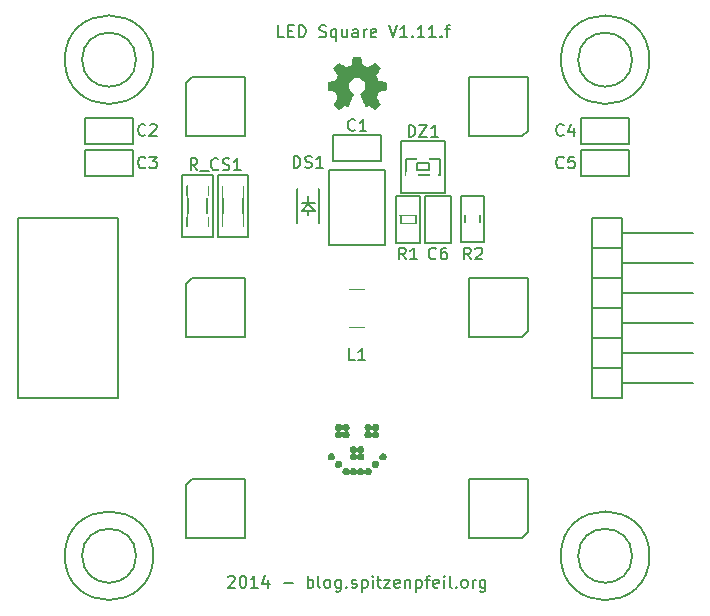
<source format=gto>
%FSLAX34Y34*%
G04 Gerber Fmt 3.4, Leading zero omitted, Abs format*
G04 (created by PCBNEW (2014-03-18 BZR 4753)-product) date Wed 19 Mar 2014 07:54:14 PM CET*
%MOIN*%
G01*
G70*
G90*
G04 APERTURE LIST*
%ADD10C,0.005906*%
%ADD11C,0.008000*%
%ADD12C,0.007874*%
%ADD13C,0.002600*%
%ADD14C,0.004000*%
%ADD15C,0.000100*%
%ADD16R,0.027600X0.063000*%
%ADD17R,0.039400X0.086600*%
%ADD18R,0.070900X0.133900*%
%ADD19R,0.025000X0.025000*%
%ADD20R,0.090551X0.060236*%
%ADD21R,0.124016X0.027559*%
%ADD22R,0.090551X0.022835*%
%ADD23R,0.059000X0.051100*%
%ADD24R,0.098400X0.177200*%
%ADD25C,0.065000*%
%ADD26C,0.118110*%
%ADD27R,0.070866X0.070866*%
%ADD28R,0.051100X0.059000*%
%ADD29R,0.039370X0.055118*%
%ADD30R,0.031496X0.039370*%
%ADD31R,0.070900X0.062900*%
G04 APERTURE END LIST*
G54D10*
G54D11*
X29956Y-56216D02*
X29975Y-56197D01*
X30013Y-56178D01*
X30109Y-56178D01*
X30147Y-56197D01*
X30166Y-56216D01*
X30185Y-56254D01*
X30185Y-56292D01*
X30166Y-56350D01*
X29937Y-56578D01*
X30185Y-56578D01*
X30432Y-56178D02*
X30471Y-56178D01*
X30509Y-56197D01*
X30528Y-56216D01*
X30547Y-56254D01*
X30566Y-56330D01*
X30566Y-56426D01*
X30547Y-56502D01*
X30528Y-56540D01*
X30509Y-56559D01*
X30471Y-56578D01*
X30432Y-56578D01*
X30394Y-56559D01*
X30375Y-56540D01*
X30356Y-56502D01*
X30337Y-56426D01*
X30337Y-56330D01*
X30356Y-56254D01*
X30375Y-56216D01*
X30394Y-56197D01*
X30432Y-56178D01*
X30947Y-56578D02*
X30718Y-56578D01*
X30832Y-56578D02*
X30832Y-56178D01*
X30794Y-56235D01*
X30756Y-56273D01*
X30718Y-56292D01*
X31290Y-56311D02*
X31290Y-56578D01*
X31194Y-56159D02*
X31099Y-56445D01*
X31347Y-56445D01*
X31804Y-56426D02*
X32109Y-56426D01*
X32604Y-56578D02*
X32604Y-56178D01*
X32604Y-56330D02*
X32642Y-56311D01*
X32718Y-56311D01*
X32756Y-56330D01*
X32775Y-56350D01*
X32794Y-56388D01*
X32794Y-56502D01*
X32775Y-56540D01*
X32756Y-56559D01*
X32718Y-56578D01*
X32642Y-56578D01*
X32604Y-56559D01*
X33023Y-56578D02*
X32985Y-56559D01*
X32966Y-56521D01*
X32966Y-56178D01*
X33232Y-56578D02*
X33194Y-56559D01*
X33175Y-56540D01*
X33156Y-56502D01*
X33156Y-56388D01*
X33175Y-56350D01*
X33194Y-56330D01*
X33232Y-56311D01*
X33290Y-56311D01*
X33328Y-56330D01*
X33347Y-56350D01*
X33366Y-56388D01*
X33366Y-56502D01*
X33347Y-56540D01*
X33328Y-56559D01*
X33290Y-56578D01*
X33232Y-56578D01*
X33709Y-56311D02*
X33709Y-56635D01*
X33690Y-56673D01*
X33671Y-56692D01*
X33632Y-56711D01*
X33575Y-56711D01*
X33537Y-56692D01*
X33709Y-56559D02*
X33671Y-56578D01*
X33594Y-56578D01*
X33556Y-56559D01*
X33537Y-56540D01*
X33518Y-56502D01*
X33518Y-56388D01*
X33537Y-56350D01*
X33556Y-56330D01*
X33594Y-56311D01*
X33671Y-56311D01*
X33709Y-56330D01*
X33899Y-56540D02*
X33918Y-56559D01*
X33899Y-56578D01*
X33880Y-56559D01*
X33899Y-56540D01*
X33899Y-56578D01*
X34071Y-56559D02*
X34109Y-56578D01*
X34185Y-56578D01*
X34223Y-56559D01*
X34242Y-56521D01*
X34242Y-56502D01*
X34223Y-56464D01*
X34185Y-56445D01*
X34128Y-56445D01*
X34090Y-56426D01*
X34071Y-56388D01*
X34071Y-56369D01*
X34090Y-56330D01*
X34128Y-56311D01*
X34185Y-56311D01*
X34223Y-56330D01*
X34413Y-56311D02*
X34413Y-56711D01*
X34413Y-56330D02*
X34451Y-56311D01*
X34528Y-56311D01*
X34566Y-56330D01*
X34585Y-56350D01*
X34604Y-56388D01*
X34604Y-56502D01*
X34585Y-56540D01*
X34566Y-56559D01*
X34528Y-56578D01*
X34451Y-56578D01*
X34413Y-56559D01*
X34775Y-56578D02*
X34775Y-56311D01*
X34775Y-56178D02*
X34756Y-56197D01*
X34775Y-56216D01*
X34794Y-56197D01*
X34775Y-56178D01*
X34775Y-56216D01*
X34909Y-56311D02*
X35061Y-56311D01*
X34966Y-56178D02*
X34966Y-56521D01*
X34985Y-56559D01*
X35023Y-56578D01*
X35061Y-56578D01*
X35156Y-56311D02*
X35366Y-56311D01*
X35156Y-56578D01*
X35366Y-56578D01*
X35671Y-56559D02*
X35632Y-56578D01*
X35556Y-56578D01*
X35518Y-56559D01*
X35499Y-56521D01*
X35499Y-56369D01*
X35518Y-56330D01*
X35556Y-56311D01*
X35632Y-56311D01*
X35671Y-56330D01*
X35690Y-56369D01*
X35690Y-56407D01*
X35499Y-56445D01*
X35861Y-56311D02*
X35861Y-56578D01*
X35861Y-56350D02*
X35880Y-56330D01*
X35918Y-56311D01*
X35975Y-56311D01*
X36013Y-56330D01*
X36032Y-56369D01*
X36032Y-56578D01*
X36223Y-56311D02*
X36223Y-56711D01*
X36223Y-56330D02*
X36261Y-56311D01*
X36337Y-56311D01*
X36375Y-56330D01*
X36394Y-56350D01*
X36413Y-56388D01*
X36413Y-56502D01*
X36394Y-56540D01*
X36375Y-56559D01*
X36337Y-56578D01*
X36261Y-56578D01*
X36223Y-56559D01*
X36528Y-56311D02*
X36680Y-56311D01*
X36585Y-56578D02*
X36585Y-56235D01*
X36604Y-56197D01*
X36642Y-56178D01*
X36680Y-56178D01*
X36966Y-56559D02*
X36928Y-56578D01*
X36851Y-56578D01*
X36813Y-56559D01*
X36794Y-56521D01*
X36794Y-56369D01*
X36813Y-56330D01*
X36851Y-56311D01*
X36928Y-56311D01*
X36966Y-56330D01*
X36985Y-56369D01*
X36985Y-56407D01*
X36794Y-56445D01*
X37156Y-56578D02*
X37156Y-56311D01*
X37156Y-56178D02*
X37137Y-56197D01*
X37156Y-56216D01*
X37175Y-56197D01*
X37156Y-56178D01*
X37156Y-56216D01*
X37404Y-56578D02*
X37366Y-56559D01*
X37347Y-56521D01*
X37347Y-56178D01*
X37556Y-56540D02*
X37575Y-56559D01*
X37556Y-56578D01*
X37537Y-56559D01*
X37556Y-56540D01*
X37556Y-56578D01*
X37804Y-56578D02*
X37766Y-56559D01*
X37747Y-56540D01*
X37728Y-56502D01*
X37728Y-56388D01*
X37747Y-56350D01*
X37766Y-56330D01*
X37804Y-56311D01*
X37861Y-56311D01*
X37899Y-56330D01*
X37918Y-56350D01*
X37937Y-56388D01*
X37937Y-56502D01*
X37918Y-56540D01*
X37899Y-56559D01*
X37861Y-56578D01*
X37804Y-56578D01*
X38109Y-56578D02*
X38109Y-56311D01*
X38109Y-56388D02*
X38128Y-56350D01*
X38147Y-56330D01*
X38185Y-56311D01*
X38223Y-56311D01*
X38528Y-56311D02*
X38528Y-56635D01*
X38509Y-56673D01*
X38490Y-56692D01*
X38451Y-56711D01*
X38394Y-56711D01*
X38356Y-56692D01*
X38528Y-56559D02*
X38490Y-56578D01*
X38413Y-56578D01*
X38375Y-56559D01*
X38356Y-56540D01*
X38337Y-56502D01*
X38337Y-56388D01*
X38356Y-56350D01*
X38375Y-56330D01*
X38413Y-56311D01*
X38490Y-56311D01*
X38528Y-56330D01*
G54D12*
X43999Y-55512D02*
G75*
G03X43999Y-55512I-1479J0D01*
G74*
G01*
X43996Y-38976D02*
G75*
G03X43996Y-38976I-1476J0D01*
G74*
G01*
X27460Y-55512D02*
G75*
G03X27460Y-55512I-1476J0D01*
G74*
G01*
X27460Y-38976D02*
G75*
G03X27460Y-38976I-1476J0D01*
G74*
G01*
G54D11*
X31810Y-38232D02*
X31620Y-38232D01*
X31620Y-37832D01*
X31944Y-38022D02*
X32077Y-38022D01*
X32134Y-38232D02*
X31944Y-38232D01*
X31944Y-37832D01*
X32134Y-37832D01*
X32305Y-38232D02*
X32305Y-37832D01*
X32401Y-37832D01*
X32458Y-37851D01*
X32496Y-37889D01*
X32515Y-37927D01*
X32534Y-38003D01*
X32534Y-38060D01*
X32515Y-38136D01*
X32496Y-38174D01*
X32458Y-38213D01*
X32401Y-38232D01*
X32305Y-38232D01*
X32991Y-38213D02*
X33048Y-38232D01*
X33144Y-38232D01*
X33182Y-38213D01*
X33201Y-38194D01*
X33220Y-38155D01*
X33220Y-38117D01*
X33201Y-38079D01*
X33182Y-38060D01*
X33144Y-38041D01*
X33067Y-38022D01*
X33029Y-38003D01*
X33010Y-37984D01*
X32991Y-37946D01*
X32991Y-37908D01*
X33010Y-37870D01*
X33029Y-37851D01*
X33067Y-37832D01*
X33163Y-37832D01*
X33220Y-37851D01*
X33563Y-37965D02*
X33563Y-38365D01*
X33563Y-38213D02*
X33525Y-38232D01*
X33448Y-38232D01*
X33410Y-38213D01*
X33391Y-38194D01*
X33372Y-38155D01*
X33372Y-38041D01*
X33391Y-38003D01*
X33410Y-37984D01*
X33448Y-37965D01*
X33525Y-37965D01*
X33563Y-37984D01*
X33925Y-37965D02*
X33925Y-38232D01*
X33753Y-37965D02*
X33753Y-38174D01*
X33772Y-38213D01*
X33810Y-38232D01*
X33867Y-38232D01*
X33905Y-38213D01*
X33925Y-38194D01*
X34286Y-38232D02*
X34286Y-38022D01*
X34267Y-37984D01*
X34229Y-37965D01*
X34153Y-37965D01*
X34115Y-37984D01*
X34286Y-38213D02*
X34248Y-38232D01*
X34153Y-38232D01*
X34115Y-38213D01*
X34096Y-38174D01*
X34096Y-38136D01*
X34115Y-38098D01*
X34153Y-38079D01*
X34248Y-38079D01*
X34286Y-38060D01*
X34477Y-38232D02*
X34477Y-37965D01*
X34477Y-38041D02*
X34496Y-38003D01*
X34515Y-37984D01*
X34553Y-37965D01*
X34591Y-37965D01*
X34877Y-38213D02*
X34839Y-38232D01*
X34763Y-38232D01*
X34725Y-38213D01*
X34705Y-38174D01*
X34705Y-38022D01*
X34725Y-37984D01*
X34763Y-37965D01*
X34839Y-37965D01*
X34877Y-37984D01*
X34896Y-38022D01*
X34896Y-38060D01*
X34705Y-38098D01*
X35315Y-37832D02*
X35448Y-38232D01*
X35582Y-37832D01*
X35925Y-38232D02*
X35696Y-38232D01*
X35810Y-38232D02*
X35810Y-37832D01*
X35772Y-37889D01*
X35734Y-37927D01*
X35696Y-37946D01*
X36096Y-38194D02*
X36115Y-38213D01*
X36096Y-38232D01*
X36077Y-38213D01*
X36096Y-38194D01*
X36096Y-38232D01*
X36496Y-38232D02*
X36267Y-38232D01*
X36382Y-38232D02*
X36382Y-37832D01*
X36344Y-37889D01*
X36305Y-37927D01*
X36267Y-37946D01*
X36877Y-38232D02*
X36648Y-38232D01*
X36763Y-38232D02*
X36763Y-37832D01*
X36725Y-37889D01*
X36686Y-37927D01*
X36648Y-37946D01*
X37048Y-38194D02*
X37067Y-38213D01*
X37048Y-38232D01*
X37029Y-38213D01*
X37048Y-38194D01*
X37048Y-38232D01*
X37182Y-37965D02*
X37334Y-37965D01*
X37239Y-38232D02*
X37239Y-37889D01*
X37258Y-37851D01*
X37296Y-37832D01*
X37334Y-37832D01*
G54D12*
X33306Y-42637D02*
X35196Y-42637D01*
X35196Y-42637D02*
X35196Y-45157D01*
X35196Y-45157D02*
X33306Y-45157D01*
X33306Y-45157D02*
X33306Y-42637D01*
X30512Y-46259D02*
X30512Y-48228D01*
X30512Y-48228D02*
X28543Y-48228D01*
X28543Y-48228D02*
X28543Y-46456D01*
X28543Y-46456D02*
X28740Y-46259D01*
X28740Y-46259D02*
X30512Y-46259D01*
X38365Y-44131D02*
X38365Y-43876D01*
X38365Y-43876D02*
X37814Y-43876D01*
X37814Y-44131D02*
X37814Y-43876D01*
X38365Y-44131D02*
X37814Y-44131D01*
X38365Y-44711D02*
X38365Y-44455D01*
X38365Y-44455D02*
X37814Y-44455D01*
X37814Y-44711D02*
X37814Y-44455D01*
X38365Y-44711D02*
X37814Y-44711D01*
X37840Y-44452D02*
X37840Y-44130D01*
X38340Y-44452D02*
X38340Y-44130D01*
X37703Y-45067D02*
X37703Y-43515D01*
X37703Y-43515D02*
X38477Y-43515D01*
X38477Y-43515D02*
X38477Y-45067D01*
X38477Y-45067D02*
X37703Y-45067D01*
G54D13*
X35192Y-46594D02*
X34817Y-46594D01*
X34817Y-46594D02*
X34817Y-47893D01*
X35192Y-47893D02*
X34817Y-47893D01*
X35192Y-46594D02*
X35192Y-47893D01*
X33682Y-46594D02*
X33308Y-46594D01*
X33308Y-46594D02*
X33308Y-47893D01*
X33682Y-47893D02*
X33308Y-47893D01*
X33682Y-46594D02*
X33682Y-47893D01*
G54D14*
X34832Y-47874D02*
X33672Y-47874D01*
X34822Y-46614D02*
X33672Y-46614D01*
G54D12*
X43070Y-44244D02*
X43070Y-50244D01*
X42086Y-50244D02*
X43070Y-50244D01*
X42086Y-44244D02*
X43070Y-44244D01*
X42086Y-50244D02*
X42086Y-44244D01*
X43070Y-44744D02*
X45433Y-44744D01*
X43070Y-45744D02*
X45433Y-45744D01*
X43070Y-46744D02*
X45433Y-46744D01*
X45433Y-47744D02*
X43070Y-47744D01*
X43070Y-48744D02*
X45433Y-48744D01*
X43070Y-49744D02*
X45433Y-49744D01*
X42086Y-45244D02*
X43070Y-45244D01*
X42086Y-46244D02*
X43070Y-46244D01*
X42086Y-49244D02*
X43070Y-49244D01*
X42086Y-48244D02*
X43070Y-48244D01*
X42086Y-47244D02*
X43070Y-47244D01*
X43420Y-38976D02*
G75*
G03X43420Y-38976I-900J0D01*
G74*
G01*
X26884Y-55512D02*
G75*
G03X26884Y-55512I-900J0D01*
G74*
G01*
X43420Y-55512D02*
G75*
G03X43420Y-55512I-900J0D01*
G74*
G01*
X26884Y-38976D02*
G75*
G03X26884Y-38976I-900J0D01*
G74*
G01*
X32618Y-44232D02*
X32618Y-44015D01*
X32618Y-43740D02*
X32618Y-43484D01*
X32618Y-43799D02*
X32401Y-44015D01*
X32401Y-44015D02*
X32834Y-44015D01*
X32834Y-44015D02*
X32618Y-43799D01*
X32401Y-43740D02*
X32834Y-43740D01*
X32381Y-43287D02*
X32381Y-43110D01*
X32381Y-43110D02*
X32854Y-43110D01*
X32854Y-43110D02*
X32854Y-43287D01*
X32381Y-44429D02*
X32381Y-44606D01*
X32381Y-44606D02*
X32854Y-44606D01*
X32854Y-44606D02*
X32854Y-44429D01*
X32244Y-44429D02*
X32244Y-43287D01*
X32244Y-43287D02*
X32992Y-43287D01*
X32992Y-43287D02*
X32992Y-44429D01*
X32992Y-44429D02*
X32244Y-44429D01*
X35039Y-41496D02*
X33464Y-41496D01*
X35039Y-41496D02*
X35039Y-42362D01*
X35039Y-42362D02*
X33464Y-42362D01*
X33464Y-42362D02*
X33464Y-41496D01*
X37198Y-41683D02*
X37198Y-43416D01*
X37198Y-43416D02*
X35701Y-43416D01*
X35701Y-43416D02*
X35701Y-41683D01*
X35701Y-41683D02*
X37198Y-41683D01*
X36360Y-42270D02*
X36540Y-42270D01*
X36540Y-42270D02*
X36540Y-42041D01*
X36360Y-42041D02*
X36540Y-42041D01*
X36360Y-42270D02*
X36360Y-42041D01*
X36730Y-43059D02*
X36910Y-43059D01*
X36910Y-43059D02*
X36910Y-42830D01*
X36730Y-42830D02*
X36910Y-42830D01*
X36730Y-43059D02*
X36730Y-42830D01*
X35990Y-43059D02*
X36170Y-43059D01*
X36170Y-43059D02*
X36170Y-42830D01*
X35990Y-42830D02*
X36170Y-42830D01*
X35990Y-43059D02*
X35990Y-42830D01*
X36254Y-42668D02*
X36646Y-42668D01*
X36646Y-42668D02*
X36646Y-42432D01*
X36254Y-42432D02*
X36646Y-42432D01*
X36254Y-42668D02*
X36254Y-42432D01*
X37009Y-42291D02*
X37009Y-42809D01*
X37009Y-42809D02*
X35891Y-42809D01*
X35891Y-42809D02*
X35891Y-42291D01*
X35891Y-42291D02*
X37009Y-42291D01*
X43307Y-41987D02*
X41732Y-41987D01*
X43307Y-41987D02*
X43307Y-42854D01*
X43307Y-42854D02*
X41732Y-42854D01*
X41732Y-42854D02*
X41732Y-41987D01*
X43307Y-40905D02*
X41732Y-40905D01*
X43307Y-40905D02*
X43307Y-41772D01*
X43307Y-41772D02*
X41732Y-41772D01*
X41732Y-41772D02*
X41732Y-40905D01*
X26771Y-41987D02*
X25196Y-41987D01*
X26771Y-41987D02*
X26771Y-42854D01*
X26771Y-42854D02*
X25196Y-42854D01*
X25196Y-42854D02*
X25196Y-41987D01*
X26771Y-40905D02*
X25196Y-40905D01*
X26771Y-40905D02*
X26771Y-41772D01*
X26771Y-41772D02*
X25196Y-41772D01*
X25196Y-41772D02*
X25196Y-40905D01*
X30512Y-52952D02*
X30512Y-54921D01*
X30512Y-54921D02*
X28543Y-54921D01*
X28543Y-54921D02*
X28543Y-53149D01*
X28543Y-53149D02*
X28740Y-52952D01*
X28740Y-52952D02*
X30512Y-52952D01*
X37991Y-41535D02*
X37991Y-39566D01*
X37991Y-39566D02*
X39960Y-39566D01*
X39960Y-39566D02*
X39960Y-41338D01*
X39960Y-41338D02*
X39763Y-41535D01*
X39763Y-41535D02*
X37991Y-41535D01*
X37991Y-54921D02*
X37991Y-52952D01*
X37991Y-52952D02*
X39960Y-52952D01*
X39960Y-52952D02*
X39960Y-54724D01*
X39960Y-54724D02*
X39763Y-54921D01*
X39763Y-54921D02*
X37991Y-54921D01*
X37991Y-48228D02*
X37991Y-46259D01*
X37991Y-46259D02*
X39960Y-46259D01*
X39960Y-46259D02*
X39960Y-48031D01*
X39960Y-48031D02*
X39763Y-48228D01*
X39763Y-48228D02*
X37991Y-48228D01*
X30512Y-39566D02*
X30512Y-41535D01*
X30512Y-41535D02*
X28543Y-41535D01*
X28543Y-41535D02*
X28543Y-39763D01*
X28543Y-39763D02*
X28740Y-39566D01*
X28740Y-39566D02*
X30512Y-39566D01*
X36516Y-43512D02*
X36516Y-45087D01*
X36516Y-43512D02*
X37383Y-43512D01*
X37383Y-43512D02*
X37383Y-45087D01*
X37383Y-45087D02*
X36516Y-45087D01*
X36225Y-44140D02*
X36225Y-43885D01*
X36225Y-43885D02*
X35674Y-43885D01*
X35674Y-44140D02*
X35674Y-43885D01*
X36225Y-44140D02*
X35674Y-44140D01*
X36225Y-44720D02*
X36225Y-44464D01*
X36225Y-44464D02*
X35674Y-44464D01*
X35674Y-44720D02*
X35674Y-44464D01*
X36225Y-44720D02*
X35674Y-44720D01*
X35700Y-44461D02*
X35700Y-44139D01*
X36200Y-44461D02*
X36200Y-44139D01*
X35563Y-45076D02*
X35563Y-43524D01*
X35563Y-43524D02*
X36337Y-43524D01*
X36337Y-43524D02*
X36337Y-45076D01*
X36337Y-45076D02*
X35563Y-45076D01*
G54D15*
G36*
X33655Y-40647D02*
X33665Y-40641D01*
X33688Y-40627D01*
X33721Y-40605D01*
X33760Y-40579D01*
X33799Y-40553D01*
X33831Y-40532D01*
X33853Y-40517D01*
X33863Y-40512D01*
X33868Y-40514D01*
X33886Y-40523D01*
X33913Y-40537D01*
X33929Y-40545D01*
X33953Y-40555D01*
X33966Y-40558D01*
X33968Y-40554D01*
X33977Y-40535D01*
X33991Y-40503D01*
X34009Y-40460D01*
X34031Y-40410D01*
X34053Y-40357D01*
X34076Y-40302D01*
X34098Y-40249D01*
X34117Y-40202D01*
X34133Y-40164D01*
X34143Y-40137D01*
X34147Y-40126D01*
X34146Y-40123D01*
X34133Y-40111D01*
X34112Y-40095D01*
X34065Y-40057D01*
X34019Y-40000D01*
X33991Y-39935D01*
X33982Y-39862D01*
X33990Y-39795D01*
X34016Y-39731D01*
X34061Y-39673D01*
X34116Y-39630D01*
X34180Y-39603D01*
X34251Y-39594D01*
X34319Y-39602D01*
X34385Y-39628D01*
X34443Y-39672D01*
X34468Y-39700D01*
X34502Y-39759D01*
X34521Y-39821D01*
X34523Y-39837D01*
X34520Y-39906D01*
X34500Y-39973D01*
X34463Y-40032D01*
X34412Y-40081D01*
X34406Y-40085D01*
X34383Y-40103D01*
X34367Y-40115D01*
X34355Y-40125D01*
X34443Y-40337D01*
X34457Y-40370D01*
X34481Y-40428D01*
X34502Y-40478D01*
X34519Y-40518D01*
X34531Y-40544D01*
X34536Y-40555D01*
X34536Y-40556D01*
X34544Y-40557D01*
X34560Y-40551D01*
X34590Y-40537D01*
X34609Y-40527D01*
X34632Y-40516D01*
X34642Y-40512D01*
X34651Y-40517D01*
X34672Y-40531D01*
X34704Y-40552D01*
X34742Y-40577D01*
X34778Y-40602D01*
X34811Y-40624D01*
X34835Y-40639D01*
X34847Y-40646D01*
X34849Y-40646D01*
X34859Y-40640D01*
X34878Y-40624D01*
X34907Y-40597D01*
X34948Y-40556D01*
X34954Y-40550D01*
X34988Y-40516D01*
X35015Y-40487D01*
X35033Y-40467D01*
X35040Y-40458D01*
X35040Y-40458D01*
X35034Y-40446D01*
X35019Y-40422D01*
X34997Y-40388D01*
X34970Y-40349D01*
X34900Y-40247D01*
X34938Y-40151D01*
X34950Y-40121D01*
X34965Y-40086D01*
X34976Y-40060D01*
X34982Y-40049D01*
X34992Y-40045D01*
X35019Y-40039D01*
X35057Y-40031D01*
X35102Y-40023D01*
X35146Y-40015D01*
X35185Y-40007D01*
X35213Y-40002D01*
X35226Y-39999D01*
X35229Y-39997D01*
X35232Y-39991D01*
X35233Y-39978D01*
X35234Y-39954D01*
X35235Y-39917D01*
X35235Y-39862D01*
X35235Y-39856D01*
X35234Y-39805D01*
X35233Y-39763D01*
X35232Y-39737D01*
X35230Y-39726D01*
X35230Y-39726D01*
X35218Y-39723D01*
X35190Y-39717D01*
X35151Y-39710D01*
X35104Y-39701D01*
X35101Y-39700D01*
X35055Y-39691D01*
X35016Y-39683D01*
X34988Y-39677D01*
X34977Y-39673D01*
X34974Y-39670D01*
X34965Y-39652D01*
X34952Y-39623D01*
X34936Y-39588D01*
X34921Y-39551D01*
X34908Y-39518D01*
X34899Y-39494D01*
X34896Y-39483D01*
X34897Y-39482D01*
X34904Y-39471D01*
X34920Y-39447D01*
X34942Y-39414D01*
X34969Y-39374D01*
X34971Y-39371D01*
X34998Y-39332D01*
X35020Y-39298D01*
X35034Y-39275D01*
X35040Y-39264D01*
X35040Y-39263D01*
X35031Y-39251D01*
X35011Y-39229D01*
X34982Y-39199D01*
X34948Y-39164D01*
X34937Y-39154D01*
X34898Y-39116D01*
X34872Y-39092D01*
X34855Y-39079D01*
X34847Y-39076D01*
X34847Y-39076D01*
X34835Y-39083D01*
X34810Y-39099D01*
X34777Y-39122D01*
X34737Y-39149D01*
X34734Y-39151D01*
X34695Y-39178D01*
X34662Y-39200D01*
X34639Y-39216D01*
X34628Y-39222D01*
X34627Y-39222D01*
X34611Y-39217D01*
X34583Y-39207D01*
X34548Y-39194D01*
X34512Y-39179D01*
X34479Y-39165D01*
X34454Y-39154D01*
X34442Y-39147D01*
X34442Y-39147D01*
X34438Y-39133D01*
X34431Y-39103D01*
X34423Y-39063D01*
X34413Y-39015D01*
X34412Y-39007D01*
X34403Y-38960D01*
X34396Y-38921D01*
X34390Y-38894D01*
X34387Y-38883D01*
X34381Y-38882D01*
X34358Y-38880D01*
X34323Y-38879D01*
X34280Y-38879D01*
X34236Y-38879D01*
X34193Y-38880D01*
X34156Y-38881D01*
X34129Y-38883D01*
X34118Y-38885D01*
X34118Y-38886D01*
X34114Y-38901D01*
X34107Y-38930D01*
X34099Y-38971D01*
X34090Y-39019D01*
X34088Y-39028D01*
X34079Y-39074D01*
X34071Y-39113D01*
X34066Y-39139D01*
X34063Y-39150D01*
X34058Y-39152D01*
X34039Y-39160D01*
X34008Y-39173D01*
X33969Y-39189D01*
X33879Y-39225D01*
X33768Y-39150D01*
X33758Y-39143D01*
X33718Y-39116D01*
X33686Y-39094D01*
X33663Y-39079D01*
X33654Y-39074D01*
X33653Y-39074D01*
X33642Y-39084D01*
X33620Y-39105D01*
X33590Y-39134D01*
X33555Y-39168D01*
X33530Y-39194D01*
X33499Y-39225D01*
X33480Y-39246D01*
X33469Y-39259D01*
X33466Y-39267D01*
X33467Y-39273D01*
X33474Y-39284D01*
X33490Y-39308D01*
X33513Y-39342D01*
X33540Y-39381D01*
X33562Y-39414D01*
X33586Y-39451D01*
X33601Y-39477D01*
X33607Y-39490D01*
X33605Y-39495D01*
X33598Y-39517D01*
X33584Y-39550D01*
X33568Y-39589D01*
X33529Y-39676D01*
X33472Y-39687D01*
X33437Y-39694D01*
X33389Y-39703D01*
X33342Y-39712D01*
X33270Y-39726D01*
X33267Y-39992D01*
X33278Y-39997D01*
X33289Y-40000D01*
X33316Y-40006D01*
X33354Y-40014D01*
X33400Y-40022D01*
X33438Y-40029D01*
X33477Y-40037D01*
X33505Y-40042D01*
X33517Y-40045D01*
X33521Y-40049D01*
X33530Y-40068D01*
X33544Y-40098D01*
X33560Y-40134D01*
X33575Y-40171D01*
X33589Y-40206D01*
X33598Y-40232D01*
X33602Y-40245D01*
X33597Y-40256D01*
X33582Y-40279D01*
X33561Y-40311D01*
X33534Y-40350D01*
X33508Y-40388D01*
X33485Y-40421D01*
X33470Y-40445D01*
X33463Y-40456D01*
X33467Y-40463D01*
X33482Y-40482D01*
X33511Y-40512D01*
X33555Y-40555D01*
X33562Y-40562D01*
X33596Y-40595D01*
X33625Y-40622D01*
X33646Y-40640D01*
X33655Y-40647D01*
X33655Y-40647D01*
G37*
G36*
X34622Y-52829D02*
X34647Y-52826D01*
X34670Y-52818D01*
X34680Y-52813D01*
X34701Y-52798D01*
X34718Y-52780D01*
X34730Y-52759D01*
X34739Y-52737D01*
X34743Y-52713D01*
X34742Y-52689D01*
X34736Y-52665D01*
X34725Y-52641D01*
X34718Y-52632D01*
X34707Y-52620D01*
X34696Y-52610D01*
X34686Y-52602D01*
X34682Y-52600D01*
X34661Y-52590D01*
X34639Y-52584D01*
X34614Y-52583D01*
X34606Y-52584D01*
X34593Y-52586D01*
X34581Y-52589D01*
X34568Y-52594D01*
X34554Y-52602D01*
X34534Y-52618D01*
X34517Y-52638D01*
X34505Y-52660D01*
X34502Y-52671D01*
X34498Y-52683D01*
X34497Y-52692D01*
X34497Y-52694D01*
X34497Y-52694D01*
X34496Y-52689D01*
X34496Y-52688D01*
X34492Y-52672D01*
X34486Y-52656D01*
X34479Y-52642D01*
X34465Y-52624D01*
X34446Y-52606D01*
X34424Y-52594D01*
X34400Y-52586D01*
X34374Y-52583D01*
X34368Y-52583D01*
X34348Y-52585D01*
X34330Y-52591D01*
X34326Y-52592D01*
X34305Y-52604D01*
X34287Y-52619D01*
X34271Y-52638D01*
X34260Y-52658D01*
X34253Y-52680D01*
X34253Y-52681D01*
X34252Y-52687D01*
X34251Y-52690D01*
X34251Y-52690D01*
X34250Y-52686D01*
X34249Y-52680D01*
X34248Y-52678D01*
X34241Y-52656D01*
X34229Y-52636D01*
X34213Y-52617D01*
X34199Y-52605D01*
X34177Y-52593D01*
X34154Y-52585D01*
X34128Y-52583D01*
X34109Y-52584D01*
X34085Y-52591D01*
X34062Y-52602D01*
X34043Y-52617D01*
X34027Y-52637D01*
X34025Y-52640D01*
X34019Y-52649D01*
X34015Y-52657D01*
X34013Y-52662D01*
X34010Y-52673D01*
X34007Y-52684D01*
X34006Y-52692D01*
X34006Y-52693D01*
X34005Y-52694D01*
X34004Y-52688D01*
X34002Y-52675D01*
X33996Y-52658D01*
X33988Y-52643D01*
X33974Y-52623D01*
X33955Y-52606D01*
X33933Y-52594D01*
X33909Y-52586D01*
X33883Y-52583D01*
X33860Y-52585D01*
X33836Y-52592D01*
X33814Y-52603D01*
X33794Y-52620D01*
X33785Y-52631D01*
X33775Y-52645D01*
X33768Y-52660D01*
X33764Y-52673D01*
X33759Y-52698D01*
X33760Y-52722D01*
X33766Y-52745D01*
X33775Y-52766D01*
X33789Y-52786D01*
X33806Y-52802D01*
X33825Y-52815D01*
X33848Y-52824D01*
X33873Y-52828D01*
X33875Y-52828D01*
X33900Y-52828D01*
X33924Y-52822D01*
X33946Y-52811D01*
X33954Y-52806D01*
X33971Y-52791D01*
X33985Y-52774D01*
X33995Y-52755D01*
X33998Y-52748D01*
X34001Y-52738D01*
X34004Y-52727D01*
X34005Y-52719D01*
X34005Y-52714D01*
X34006Y-52719D01*
X34006Y-52723D01*
X34009Y-52734D01*
X34012Y-52746D01*
X34016Y-52756D01*
X34022Y-52768D01*
X34037Y-52788D01*
X34056Y-52805D01*
X34078Y-52818D01*
X34102Y-52826D01*
X34106Y-52827D01*
X34123Y-52829D01*
X34141Y-52828D01*
X34157Y-52826D01*
X34173Y-52820D01*
X34196Y-52809D01*
X34217Y-52792D01*
X34218Y-52790D01*
X34232Y-52773D01*
X34243Y-52752D01*
X34249Y-52731D01*
X34249Y-52730D01*
X34251Y-52724D01*
X34251Y-52722D01*
X34251Y-52724D01*
X34252Y-52729D01*
X34253Y-52731D01*
X34256Y-52743D01*
X34262Y-52757D01*
X34269Y-52771D01*
X34280Y-52786D01*
X34298Y-52803D01*
X34320Y-52817D01*
X34344Y-52825D01*
X34349Y-52826D01*
X34365Y-52828D01*
X34383Y-52828D01*
X34399Y-52826D01*
X34413Y-52822D01*
X34436Y-52812D01*
X34456Y-52797D01*
X34473Y-52778D01*
X34486Y-52756D01*
X34489Y-52749D01*
X34492Y-52738D01*
X34495Y-52727D01*
X34496Y-52719D01*
X34496Y-52718D01*
X34497Y-52718D01*
X34497Y-52723D01*
X34498Y-52723D01*
X34501Y-52739D01*
X34507Y-52755D01*
X34514Y-52770D01*
X34518Y-52775D01*
X34534Y-52794D01*
X34553Y-52809D01*
X34574Y-52820D01*
X34598Y-52827D01*
X34622Y-52829D01*
X34622Y-52829D01*
G37*
G36*
X33628Y-52583D02*
X33643Y-52582D01*
X33658Y-52581D01*
X33674Y-52577D01*
X33697Y-52567D01*
X33718Y-52552D01*
X33735Y-52534D01*
X33748Y-52512D01*
X33756Y-52489D01*
X33759Y-52464D01*
X33758Y-52439D01*
X33751Y-52415D01*
X33740Y-52393D01*
X33724Y-52374D01*
X33705Y-52357D01*
X33698Y-52353D01*
X33675Y-52343D01*
X33650Y-52337D01*
X33625Y-52337D01*
X33599Y-52342D01*
X33579Y-52351D01*
X33558Y-52365D01*
X33540Y-52383D01*
X33526Y-52405D01*
X33517Y-52429D01*
X33514Y-52442D01*
X33513Y-52458D01*
X33514Y-52474D01*
X33516Y-52487D01*
X33517Y-52492D01*
X33527Y-52516D01*
X33541Y-52538D01*
X33560Y-52556D01*
X33582Y-52570D01*
X33593Y-52575D01*
X33607Y-52579D01*
X33620Y-52582D01*
X33628Y-52583D01*
X33628Y-52583D01*
G37*
G36*
X34868Y-52583D02*
X34894Y-52580D01*
X34918Y-52571D01*
X34941Y-52557D01*
X34946Y-52553D01*
X34963Y-52535D01*
X34976Y-52514D01*
X34985Y-52490D01*
X34988Y-52477D01*
X34989Y-52461D01*
X34988Y-52446D01*
X34986Y-52433D01*
X34985Y-52427D01*
X34975Y-52402D01*
X34961Y-52381D01*
X34943Y-52364D01*
X34922Y-52350D01*
X34898Y-52341D01*
X34872Y-52337D01*
X34863Y-52337D01*
X34838Y-52340D01*
X34815Y-52347D01*
X34794Y-52359D01*
X34776Y-52375D01*
X34762Y-52394D01*
X34751Y-52416D01*
X34744Y-52440D01*
X34743Y-52465D01*
X34744Y-52480D01*
X34747Y-52494D01*
X34753Y-52508D01*
X34763Y-52527D01*
X34778Y-52546D01*
X34798Y-52562D01*
X34819Y-52574D01*
X34843Y-52581D01*
X34868Y-52583D01*
X34868Y-52583D01*
G37*
G36*
X33383Y-52336D02*
X33401Y-52336D01*
X33416Y-52334D01*
X33434Y-52329D01*
X33456Y-52317D01*
X33477Y-52300D01*
X33490Y-52285D01*
X33502Y-52264D01*
X33511Y-52240D01*
X33512Y-52230D01*
X33513Y-52216D01*
X33513Y-52201D01*
X33511Y-52188D01*
X33509Y-52181D01*
X33499Y-52156D01*
X33485Y-52135D01*
X33467Y-52117D01*
X33445Y-52103D01*
X33436Y-52099D01*
X33420Y-52094D01*
X33404Y-52092D01*
X33386Y-52091D01*
X33374Y-52092D01*
X33361Y-52094D01*
X33349Y-52097D01*
X33335Y-52103D01*
X33327Y-52108D01*
X33307Y-52123D01*
X33290Y-52142D01*
X33277Y-52164D01*
X33269Y-52189D01*
X33268Y-52195D01*
X33267Y-52210D01*
X33268Y-52225D01*
X33269Y-52238D01*
X33271Y-52247D01*
X33281Y-52271D01*
X33295Y-52292D01*
X33313Y-52310D01*
X33335Y-52323D01*
X33360Y-52333D01*
X33367Y-52334D01*
X33383Y-52336D01*
X33383Y-52336D01*
G37*
G36*
X34371Y-52336D02*
X34395Y-52335D01*
X34419Y-52328D01*
X34432Y-52322D01*
X34453Y-52307D01*
X34471Y-52289D01*
X34484Y-52267D01*
X34493Y-52243D01*
X34494Y-52238D01*
X34497Y-52218D01*
X34496Y-52199D01*
X34491Y-52178D01*
X34481Y-52154D01*
X34467Y-52133D01*
X34448Y-52116D01*
X34426Y-52103D01*
X34401Y-52094D01*
X34386Y-52090D01*
X34394Y-52089D01*
X34396Y-52089D01*
X34414Y-52084D01*
X34432Y-52076D01*
X34449Y-52065D01*
X34452Y-52062D01*
X34470Y-52044D01*
X34483Y-52024D01*
X34492Y-52001D01*
X34496Y-51977D01*
X34496Y-51953D01*
X34490Y-51929D01*
X34480Y-51906D01*
X34479Y-51905D01*
X34464Y-51885D01*
X34445Y-51868D01*
X34424Y-51856D01*
X34402Y-51849D01*
X34378Y-51846D01*
X34354Y-51847D01*
X34331Y-51853D01*
X34309Y-51864D01*
X34289Y-51879D01*
X34278Y-51891D01*
X34266Y-51909D01*
X34257Y-51928D01*
X34252Y-51946D01*
X34252Y-51951D01*
X34251Y-51953D01*
X34251Y-51951D01*
X34250Y-51946D01*
X34245Y-51930D01*
X34238Y-51912D01*
X34228Y-51896D01*
X34221Y-51888D01*
X34203Y-51870D01*
X34181Y-51857D01*
X34158Y-51849D01*
X34133Y-51845D01*
X34108Y-51847D01*
X34092Y-51851D01*
X34069Y-51861D01*
X34048Y-51875D01*
X34031Y-51893D01*
X34018Y-51915D01*
X34009Y-51939D01*
X34007Y-51951D01*
X34006Y-51976D01*
X34010Y-52001D01*
X34019Y-52024D01*
X34033Y-52044D01*
X34050Y-52062D01*
X34072Y-52077D01*
X34082Y-52081D01*
X34093Y-52085D01*
X34104Y-52088D01*
X34112Y-52090D01*
X34113Y-52090D01*
X34113Y-52090D01*
X34107Y-52092D01*
X34095Y-52095D01*
X34079Y-52101D01*
X34065Y-52108D01*
X34057Y-52113D01*
X34040Y-52128D01*
X34026Y-52145D01*
X34015Y-52164D01*
X34009Y-52184D01*
X34006Y-52207D01*
X34006Y-52228D01*
X34007Y-52232D01*
X34013Y-52258D01*
X34025Y-52280D01*
X34042Y-52300D01*
X34056Y-52313D01*
X34078Y-52326D01*
X34102Y-52334D01*
X34111Y-52335D01*
X34125Y-52336D01*
X34139Y-52335D01*
X34152Y-52334D01*
X34162Y-52332D01*
X34170Y-52330D01*
X34194Y-52318D01*
X34214Y-52302D01*
X34231Y-52282D01*
X34237Y-52272D01*
X34244Y-52255D01*
X34249Y-52239D01*
X34249Y-52238D01*
X34251Y-52232D01*
X34251Y-52230D01*
X34251Y-52230D01*
X34251Y-52197D01*
X34251Y-52197D01*
X34250Y-52194D01*
X34249Y-52188D01*
X34249Y-52186D01*
X34241Y-52164D01*
X34230Y-52144D01*
X34214Y-52125D01*
X34195Y-52110D01*
X34174Y-52099D01*
X34173Y-52099D01*
X34162Y-52095D01*
X34152Y-52093D01*
X34141Y-52090D01*
X34151Y-52088D01*
X34166Y-52085D01*
X34188Y-52075D01*
X34208Y-52061D01*
X34225Y-52044D01*
X34238Y-52024D01*
X34243Y-52013D01*
X34247Y-52000D01*
X34250Y-51990D01*
X34250Y-51985D01*
X34251Y-51983D01*
X34251Y-51985D01*
X34252Y-51990D01*
X34254Y-51999D01*
X34259Y-52012D01*
X34264Y-52024D01*
X34271Y-52036D01*
X34287Y-52055D01*
X34306Y-52071D01*
X34328Y-52082D01*
X34351Y-52089D01*
X34362Y-52090D01*
X34351Y-52093D01*
X34349Y-52093D01*
X34338Y-52096D01*
X34328Y-52099D01*
X34326Y-52100D01*
X34305Y-52111D01*
X34287Y-52127D01*
X34271Y-52145D01*
X34260Y-52166D01*
X34253Y-52188D01*
X34253Y-52189D01*
X34252Y-52195D01*
X34251Y-52197D01*
X34251Y-52230D01*
X34251Y-52230D01*
X34252Y-52233D01*
X34253Y-52239D01*
X34257Y-52255D01*
X34268Y-52277D01*
X34283Y-52297D01*
X34301Y-52313D01*
X34323Y-52326D01*
X34323Y-52326D01*
X34346Y-52333D01*
X34371Y-52336D01*
X34371Y-52336D01*
G37*
G36*
X35103Y-52336D02*
X35123Y-52336D01*
X35141Y-52333D01*
X35153Y-52330D01*
X35176Y-52319D01*
X35196Y-52304D01*
X35212Y-52285D01*
X35224Y-52263D01*
X35232Y-52239D01*
X35235Y-52214D01*
X35234Y-52203D01*
X35230Y-52178D01*
X35220Y-52154D01*
X35205Y-52132D01*
X35200Y-52128D01*
X35183Y-52113D01*
X35162Y-52101D01*
X35141Y-52094D01*
X35140Y-52094D01*
X35122Y-52091D01*
X35102Y-52091D01*
X35083Y-52094D01*
X35077Y-52096D01*
X35053Y-52105D01*
X35033Y-52119D01*
X35016Y-52137D01*
X35003Y-52157D01*
X34994Y-52179D01*
X34989Y-52203D01*
X34989Y-52228D01*
X34995Y-52253D01*
X35003Y-52271D01*
X35017Y-52292D01*
X35036Y-52310D01*
X35057Y-52324D01*
X35081Y-52333D01*
X35084Y-52333D01*
X35103Y-52336D01*
X35103Y-52336D01*
G37*
G36*
X33886Y-51599D02*
X33910Y-51596D01*
X33934Y-51588D01*
X33945Y-51582D01*
X33956Y-51574D01*
X33968Y-51564D01*
X33981Y-51550D01*
X33993Y-51530D01*
X34002Y-51506D01*
X34003Y-51499D01*
X34005Y-51483D01*
X34005Y-51465D01*
X34003Y-51450D01*
X33996Y-51430D01*
X33985Y-51408D01*
X33970Y-51390D01*
X33968Y-51387D01*
X33956Y-51378D01*
X33943Y-51369D01*
X33930Y-51363D01*
X33926Y-51361D01*
X33916Y-51358D01*
X33906Y-51355D01*
X33899Y-51354D01*
X33895Y-51354D01*
X33899Y-51353D01*
X33905Y-51351D01*
X33913Y-51349D01*
X33922Y-51347D01*
X33940Y-51338D01*
X33958Y-51327D01*
X33973Y-51314D01*
X33975Y-51311D01*
X33990Y-51290D01*
X34000Y-51266D01*
X34005Y-51242D01*
X34005Y-51217D01*
X34004Y-51211D01*
X33997Y-51186D01*
X33986Y-51164D01*
X33969Y-51143D01*
X33954Y-51130D01*
X33933Y-51118D01*
X33909Y-51110D01*
X33904Y-51109D01*
X33887Y-51107D01*
X33870Y-51108D01*
X33854Y-51110D01*
X33840Y-51115D01*
X33818Y-51126D01*
X33798Y-51141D01*
X33782Y-51159D01*
X33769Y-51181D01*
X33762Y-51204D01*
X33761Y-51207D01*
X33760Y-51213D01*
X33758Y-51215D01*
X33758Y-51213D01*
X33757Y-51207D01*
X33755Y-51197D01*
X33751Y-51186D01*
X33747Y-51176D01*
X33743Y-51169D01*
X33728Y-51148D01*
X33709Y-51131D01*
X33687Y-51118D01*
X33663Y-51110D01*
X33637Y-51107D01*
X33617Y-51109D01*
X33594Y-51115D01*
X33572Y-51125D01*
X33559Y-51134D01*
X33541Y-51152D01*
X33528Y-51173D01*
X33518Y-51196D01*
X33513Y-51220D01*
X33514Y-51244D01*
X33519Y-51267D01*
X33529Y-51291D01*
X33544Y-51312D01*
X33563Y-51329D01*
X33585Y-51342D01*
X33610Y-51351D01*
X33624Y-51354D01*
X33616Y-51355D01*
X33611Y-51356D01*
X33591Y-51362D01*
X33572Y-51372D01*
X33554Y-51385D01*
X33540Y-51400D01*
X33531Y-51413D01*
X33522Y-51430D01*
X33517Y-51446D01*
X33514Y-51459D01*
X33513Y-51475D01*
X33514Y-51490D01*
X33516Y-51503D01*
X33520Y-51518D01*
X33532Y-51541D01*
X33547Y-51562D01*
X33567Y-51578D01*
X33590Y-51590D01*
X33615Y-51598D01*
X33622Y-51599D01*
X33637Y-51599D01*
X33653Y-51598D01*
X33667Y-51596D01*
X33677Y-51593D01*
X33700Y-51581D01*
X33720Y-51566D01*
X33737Y-51547D01*
X33749Y-51525D01*
X33757Y-51501D01*
X33757Y-51499D01*
X33759Y-51493D01*
X33760Y-51494D01*
X33760Y-51460D01*
X33759Y-51459D01*
X33757Y-51454D01*
X33757Y-51453D01*
X33753Y-51436D01*
X33745Y-51419D01*
X33735Y-51403D01*
X33728Y-51394D01*
X33708Y-51376D01*
X33686Y-51364D01*
X33661Y-51356D01*
X33649Y-51353D01*
X33658Y-51352D01*
X33665Y-51350D01*
X33673Y-51348D01*
X33678Y-51346D01*
X33700Y-51335D01*
X33720Y-51320D01*
X33737Y-51301D01*
X33749Y-51280D01*
X33757Y-51256D01*
X33758Y-51250D01*
X33759Y-51247D01*
X33760Y-51249D01*
X33762Y-51257D01*
X33762Y-51257D01*
X33766Y-51270D01*
X33772Y-51285D01*
X33780Y-51298D01*
X33786Y-51306D01*
X33797Y-51318D01*
X33809Y-51329D01*
X33821Y-51337D01*
X33822Y-51338D01*
X33841Y-51346D01*
X33861Y-51352D01*
X33869Y-51353D01*
X33860Y-51355D01*
X33838Y-51361D01*
X33816Y-51373D01*
X33796Y-51388D01*
X33781Y-51407D01*
X33777Y-51413D01*
X33771Y-51425D01*
X33766Y-51437D01*
X33762Y-51449D01*
X33761Y-51457D01*
X33761Y-51457D01*
X33760Y-51460D01*
X33760Y-51494D01*
X33760Y-51494D01*
X33761Y-51499D01*
X33763Y-51506D01*
X33765Y-51514D01*
X33770Y-51527D01*
X33782Y-51548D01*
X33799Y-51566D01*
X33818Y-51581D01*
X33839Y-51591D01*
X33862Y-51598D01*
X33886Y-51599D01*
X33886Y-51599D01*
G37*
G36*
X34626Y-51599D02*
X34650Y-51596D01*
X34673Y-51587D01*
X34694Y-51574D01*
X34712Y-51558D01*
X34727Y-51537D01*
X34737Y-51514D01*
X34739Y-51506D01*
X34741Y-51499D01*
X34741Y-51498D01*
X34742Y-51493D01*
X34742Y-51493D01*
X34742Y-51459D01*
X34741Y-51456D01*
X34739Y-51447D01*
X34735Y-51433D01*
X34724Y-51411D01*
X34709Y-51392D01*
X34690Y-51376D01*
X34668Y-51363D01*
X34644Y-51356D01*
X34633Y-51353D01*
X34641Y-51352D01*
X34642Y-51351D01*
X34662Y-51346D01*
X34681Y-51337D01*
X34689Y-51332D01*
X34701Y-51322D01*
X34713Y-51310D01*
X34722Y-51298D01*
X34729Y-51287D01*
X34736Y-51272D01*
X34740Y-51257D01*
X34741Y-51250D01*
X34743Y-51247D01*
X34744Y-51249D01*
X34745Y-51256D01*
X34750Y-51272D01*
X34761Y-51295D01*
X34777Y-51316D01*
X34796Y-51332D01*
X34819Y-51344D01*
X34844Y-51352D01*
X34853Y-51353D01*
X34841Y-51356D01*
X34830Y-51359D01*
X34806Y-51369D01*
X34785Y-51384D01*
X34767Y-51403D01*
X34762Y-51410D01*
X34756Y-51421D01*
X34750Y-51434D01*
X34747Y-51443D01*
X34745Y-51453D01*
X34745Y-51453D01*
X34743Y-51458D01*
X34742Y-51459D01*
X34742Y-51493D01*
X34743Y-51494D01*
X34745Y-51500D01*
X34747Y-51509D01*
X34754Y-51527D01*
X34764Y-51545D01*
X34771Y-51554D01*
X34789Y-51573D01*
X34811Y-51586D01*
X34836Y-51596D01*
X34846Y-51598D01*
X34864Y-51599D01*
X34881Y-51598D01*
X34896Y-51596D01*
X34898Y-51595D01*
X34922Y-51586D01*
X34944Y-51571D01*
X34962Y-51553D01*
X34976Y-51531D01*
X34985Y-51507D01*
X34987Y-51495D01*
X34989Y-51478D01*
X34988Y-51461D01*
X34985Y-51446D01*
X34981Y-51433D01*
X34972Y-51415D01*
X34962Y-51400D01*
X34951Y-51388D01*
X34936Y-51376D01*
X34920Y-51366D01*
X34914Y-51363D01*
X34903Y-51359D01*
X34891Y-51356D01*
X34882Y-51354D01*
X34882Y-51354D01*
X34884Y-51353D01*
X34892Y-51351D01*
X34906Y-51346D01*
X34922Y-51340D01*
X34935Y-51332D01*
X34938Y-51330D01*
X34954Y-51316D01*
X34968Y-51298D01*
X34979Y-51280D01*
X34982Y-51271D01*
X34988Y-51246D01*
X34989Y-51221D01*
X34984Y-51196D01*
X34983Y-51191D01*
X34972Y-51168D01*
X34957Y-51148D01*
X34938Y-51131D01*
X34916Y-51118D01*
X34892Y-51110D01*
X34888Y-51109D01*
X34872Y-51107D01*
X34853Y-51108D01*
X34837Y-51110D01*
X34834Y-51111D01*
X34809Y-51121D01*
X34787Y-51135D01*
X34769Y-51154D01*
X34755Y-51176D01*
X34752Y-51183D01*
X34748Y-51194D01*
X34745Y-51205D01*
X34744Y-51213D01*
X34744Y-51214D01*
X34743Y-51215D01*
X34742Y-51212D01*
X34740Y-51205D01*
X34736Y-51188D01*
X34725Y-51166D01*
X34710Y-51147D01*
X34692Y-51131D01*
X34670Y-51118D01*
X34670Y-51118D01*
X34647Y-51110D01*
X34623Y-51107D01*
X34598Y-51109D01*
X34575Y-51116D01*
X34561Y-51122D01*
X34540Y-51137D01*
X34522Y-51155D01*
X34509Y-51176D01*
X34500Y-51200D01*
X34499Y-51205D01*
X34496Y-51225D01*
X34497Y-51244D01*
X34502Y-51267D01*
X34513Y-51291D01*
X34527Y-51311D01*
X34546Y-51329D01*
X34568Y-51342D01*
X34594Y-51351D01*
X34599Y-51352D01*
X34603Y-51354D01*
X34603Y-51354D01*
X34596Y-51355D01*
X34582Y-51359D01*
X34566Y-51366D01*
X34552Y-51374D01*
X34538Y-51384D01*
X34521Y-51403D01*
X34508Y-51425D01*
X34506Y-51429D01*
X34499Y-51453D01*
X34497Y-51478D01*
X34500Y-51504D01*
X34508Y-51527D01*
X34513Y-51539D01*
X34521Y-51550D01*
X34531Y-51562D01*
X34532Y-51562D01*
X34552Y-51579D01*
X34574Y-51591D01*
X34599Y-51598D01*
X34601Y-51598D01*
X34626Y-51599D01*
X34626Y-51599D01*
G37*
G54D12*
X28425Y-44881D02*
X28425Y-42834D01*
X28425Y-42834D02*
X29448Y-42834D01*
X29448Y-42834D02*
X29448Y-44881D01*
X29448Y-44881D02*
X28425Y-44881D01*
X29282Y-44523D02*
X29282Y-44233D01*
X29282Y-44233D02*
X28592Y-44233D01*
X28592Y-44523D02*
X28592Y-44233D01*
X29282Y-44523D02*
X28592Y-44523D01*
X29282Y-43483D02*
X29282Y-43193D01*
X29282Y-43193D02*
X28592Y-43193D01*
X28592Y-43483D02*
X28592Y-43193D01*
X29282Y-43483D02*
X28592Y-43483D01*
X29257Y-43483D02*
X29257Y-44238D01*
X28617Y-43483D02*
X28617Y-44238D01*
X29606Y-44881D02*
X29606Y-42834D01*
X29606Y-42834D02*
X30629Y-42834D01*
X30629Y-42834D02*
X30629Y-44881D01*
X30629Y-44881D02*
X29606Y-44881D01*
X30463Y-44523D02*
X30463Y-44233D01*
X30463Y-44233D02*
X29773Y-44233D01*
X29773Y-44523D02*
X29773Y-44233D01*
X30463Y-44523D02*
X29773Y-44523D01*
X30463Y-43483D02*
X30463Y-43193D01*
X30463Y-43193D02*
X29773Y-43193D01*
X29773Y-43483D02*
X29773Y-43193D01*
X30463Y-43483D02*
X29773Y-43483D01*
X30438Y-43483D02*
X30438Y-44238D01*
X29798Y-43483D02*
X29798Y-44238D01*
X26299Y-44244D02*
X22953Y-44244D01*
X22953Y-44244D02*
X22953Y-50244D01*
X22953Y-50244D02*
X26299Y-50244D01*
X26299Y-44244D02*
X26299Y-50244D01*
X38044Y-45630D02*
X37913Y-45443D01*
X37819Y-45630D02*
X37819Y-45237D01*
X37969Y-45237D01*
X38007Y-45255D01*
X38025Y-45274D01*
X38044Y-45312D01*
X38044Y-45368D01*
X38025Y-45405D01*
X38007Y-45424D01*
X37969Y-45443D01*
X37819Y-45443D01*
X38194Y-45274D02*
X38213Y-45255D01*
X38250Y-45237D01*
X38344Y-45237D01*
X38382Y-45255D01*
X38400Y-45274D01*
X38419Y-45312D01*
X38419Y-45349D01*
X38400Y-45405D01*
X38175Y-45630D01*
X38419Y-45630D01*
G54D11*
X34185Y-48999D02*
X33994Y-48999D01*
X33994Y-48599D01*
X34528Y-48999D02*
X34299Y-48999D01*
X34413Y-48999D02*
X34413Y-48599D01*
X34375Y-48656D01*
X34337Y-48695D01*
X34299Y-48714D01*
G54D12*
X32140Y-42579D02*
X32140Y-42185D01*
X32233Y-42185D01*
X32290Y-42204D01*
X32327Y-42242D01*
X32346Y-42279D01*
X32365Y-42354D01*
X32365Y-42410D01*
X32346Y-42485D01*
X32327Y-42523D01*
X32290Y-42560D01*
X32233Y-42579D01*
X32140Y-42579D01*
X32514Y-42560D02*
X32571Y-42579D01*
X32664Y-42579D01*
X32702Y-42560D01*
X32721Y-42542D01*
X32739Y-42504D01*
X32739Y-42467D01*
X32721Y-42429D01*
X32702Y-42410D01*
X32664Y-42392D01*
X32589Y-42373D01*
X32552Y-42354D01*
X32533Y-42335D01*
X32514Y-42298D01*
X32514Y-42260D01*
X32533Y-42223D01*
X32552Y-42204D01*
X32589Y-42185D01*
X32683Y-42185D01*
X32739Y-42204D01*
X33114Y-42579D02*
X32889Y-42579D01*
X33002Y-42579D02*
X33002Y-42185D01*
X32964Y-42242D01*
X32927Y-42279D01*
X32889Y-42298D01*
X34186Y-41313D02*
X34167Y-41332D01*
X34111Y-41351D01*
X34073Y-41351D01*
X34017Y-41332D01*
X33980Y-41295D01*
X33961Y-41257D01*
X33942Y-41182D01*
X33942Y-41126D01*
X33961Y-41051D01*
X33980Y-41013D01*
X34017Y-40976D01*
X34073Y-40957D01*
X34111Y-40957D01*
X34167Y-40976D01*
X34186Y-40995D01*
X34561Y-41351D02*
X34336Y-41351D01*
X34448Y-41351D02*
X34448Y-40957D01*
X34411Y-41013D01*
X34373Y-41051D01*
X34336Y-41070D01*
X35971Y-41547D02*
X35971Y-41153D01*
X36065Y-41153D01*
X36121Y-41172D01*
X36159Y-41209D01*
X36178Y-41247D01*
X36196Y-41322D01*
X36196Y-41378D01*
X36178Y-41453D01*
X36159Y-41490D01*
X36121Y-41528D01*
X36065Y-41547D01*
X35971Y-41547D01*
X36328Y-41153D02*
X36590Y-41153D01*
X36328Y-41547D01*
X36590Y-41547D01*
X36946Y-41547D02*
X36721Y-41547D01*
X36834Y-41547D02*
X36834Y-41153D01*
X36796Y-41209D01*
X36759Y-41247D01*
X36721Y-41265D01*
X41135Y-42561D02*
X41116Y-42580D01*
X41060Y-42599D01*
X41022Y-42599D01*
X40966Y-42580D01*
X40928Y-42543D01*
X40910Y-42505D01*
X40891Y-42430D01*
X40891Y-42374D01*
X40910Y-42299D01*
X40928Y-42261D01*
X40966Y-42224D01*
X41022Y-42205D01*
X41060Y-42205D01*
X41116Y-42224D01*
X41135Y-42243D01*
X41491Y-42205D02*
X41303Y-42205D01*
X41285Y-42393D01*
X41303Y-42374D01*
X41341Y-42355D01*
X41435Y-42355D01*
X41472Y-42374D01*
X41491Y-42393D01*
X41510Y-42430D01*
X41510Y-42524D01*
X41491Y-42561D01*
X41472Y-42580D01*
X41435Y-42599D01*
X41341Y-42599D01*
X41303Y-42580D01*
X41285Y-42561D01*
X41135Y-41479D02*
X41116Y-41497D01*
X41060Y-41516D01*
X41022Y-41516D01*
X40966Y-41497D01*
X40928Y-41460D01*
X40910Y-41422D01*
X40891Y-41347D01*
X40891Y-41291D01*
X40910Y-41216D01*
X40928Y-41179D01*
X40966Y-41141D01*
X41022Y-41122D01*
X41060Y-41122D01*
X41116Y-41141D01*
X41135Y-41160D01*
X41472Y-41254D02*
X41472Y-41516D01*
X41378Y-41104D02*
X41285Y-41385D01*
X41528Y-41385D01*
X27198Y-42561D02*
X27179Y-42580D01*
X27123Y-42599D01*
X27085Y-42599D01*
X27029Y-42580D01*
X26991Y-42543D01*
X26973Y-42505D01*
X26954Y-42430D01*
X26954Y-42374D01*
X26973Y-42299D01*
X26991Y-42261D01*
X27029Y-42224D01*
X27085Y-42205D01*
X27123Y-42205D01*
X27179Y-42224D01*
X27198Y-42243D01*
X27329Y-42205D02*
X27573Y-42205D01*
X27441Y-42355D01*
X27498Y-42355D01*
X27535Y-42374D01*
X27554Y-42393D01*
X27573Y-42430D01*
X27573Y-42524D01*
X27554Y-42561D01*
X27535Y-42580D01*
X27498Y-42599D01*
X27385Y-42599D01*
X27348Y-42580D01*
X27329Y-42561D01*
X27198Y-41479D02*
X27179Y-41497D01*
X27123Y-41516D01*
X27085Y-41516D01*
X27029Y-41497D01*
X26991Y-41460D01*
X26973Y-41422D01*
X26954Y-41347D01*
X26954Y-41291D01*
X26973Y-41216D01*
X26991Y-41179D01*
X27029Y-41141D01*
X27085Y-41122D01*
X27123Y-41122D01*
X27179Y-41141D01*
X27198Y-41160D01*
X27348Y-41160D02*
X27366Y-41141D01*
X27404Y-41122D01*
X27498Y-41122D01*
X27535Y-41141D01*
X27554Y-41160D01*
X27573Y-41197D01*
X27573Y-41235D01*
X27554Y-41291D01*
X27329Y-41516D01*
X27573Y-41516D01*
X36883Y-45593D02*
X36864Y-45612D01*
X36808Y-45630D01*
X36770Y-45630D01*
X36714Y-45612D01*
X36676Y-45574D01*
X36658Y-45537D01*
X36639Y-45462D01*
X36639Y-45405D01*
X36658Y-45330D01*
X36676Y-45293D01*
X36714Y-45255D01*
X36770Y-45237D01*
X36808Y-45237D01*
X36864Y-45255D01*
X36883Y-45274D01*
X37220Y-45237D02*
X37145Y-45237D01*
X37108Y-45255D01*
X37089Y-45274D01*
X37051Y-45330D01*
X37033Y-45405D01*
X37033Y-45555D01*
X37051Y-45593D01*
X37070Y-45612D01*
X37108Y-45630D01*
X37183Y-45630D01*
X37220Y-45612D01*
X37239Y-45593D01*
X37258Y-45555D01*
X37258Y-45462D01*
X37239Y-45424D01*
X37220Y-45405D01*
X37183Y-45387D01*
X37108Y-45387D01*
X37070Y-45405D01*
X37051Y-45424D01*
X37033Y-45462D01*
X35879Y-45630D02*
X35748Y-45443D01*
X35654Y-45630D02*
X35654Y-45237D01*
X35804Y-45237D01*
X35841Y-45255D01*
X35860Y-45274D01*
X35879Y-45312D01*
X35879Y-45368D01*
X35860Y-45405D01*
X35841Y-45424D01*
X35804Y-45443D01*
X35654Y-45443D01*
X36254Y-45630D02*
X36029Y-45630D01*
X36141Y-45630D02*
X36141Y-45237D01*
X36104Y-45293D01*
X36066Y-45330D01*
X36029Y-45349D01*
X28927Y-42658D02*
X28796Y-42470D01*
X28702Y-42658D02*
X28702Y-42264D01*
X28852Y-42264D01*
X28890Y-42283D01*
X28908Y-42302D01*
X28927Y-42339D01*
X28927Y-42395D01*
X28908Y-42433D01*
X28890Y-42452D01*
X28852Y-42470D01*
X28702Y-42470D01*
X29002Y-42695D02*
X29302Y-42695D01*
X29621Y-42620D02*
X29602Y-42639D01*
X29546Y-42658D01*
X29508Y-42658D01*
X29452Y-42639D01*
X29415Y-42602D01*
X29396Y-42564D01*
X29377Y-42489D01*
X29377Y-42433D01*
X29396Y-42358D01*
X29415Y-42320D01*
X29452Y-42283D01*
X29508Y-42264D01*
X29546Y-42264D01*
X29602Y-42283D01*
X29621Y-42302D01*
X29771Y-42639D02*
X29827Y-42658D01*
X29921Y-42658D01*
X29958Y-42639D01*
X29977Y-42620D01*
X29996Y-42583D01*
X29996Y-42545D01*
X29977Y-42508D01*
X29958Y-42489D01*
X29921Y-42470D01*
X29846Y-42452D01*
X29808Y-42433D01*
X29790Y-42414D01*
X29771Y-42377D01*
X29771Y-42339D01*
X29790Y-42302D01*
X29808Y-42283D01*
X29846Y-42264D01*
X29940Y-42264D01*
X29996Y-42283D01*
X30371Y-42658D02*
X30146Y-42658D01*
X30258Y-42658D02*
X30258Y-42264D01*
X30221Y-42320D01*
X30183Y-42358D01*
X30146Y-42377D01*
%LPC*%
G54D16*
X33660Y-44645D03*
G54D17*
X34251Y-44527D03*
G54D16*
X34842Y-44645D03*
X34842Y-43149D03*
X33660Y-43149D03*
G54D18*
X34251Y-43503D03*
G54D19*
X34054Y-43936D03*
X34448Y-43936D03*
X34408Y-43621D03*
X34094Y-43621D03*
X34251Y-43818D03*
X34251Y-44015D03*
G54D20*
X29528Y-46995D03*
G54D21*
X29528Y-46578D03*
G54D22*
X29528Y-47677D03*
G54D21*
X29528Y-47905D03*
G54D23*
X38090Y-44665D03*
X38090Y-43917D03*
G54D24*
X35019Y-47244D03*
X33485Y-47244D03*
G54D25*
X41535Y-47744D03*
X41535Y-46744D03*
X41535Y-48744D03*
X41535Y-49744D03*
X41535Y-45744D03*
X41535Y-44744D03*
G54D26*
X42520Y-38976D03*
X25984Y-55512D03*
X42520Y-55512D03*
X25984Y-38976D03*
G54D27*
X32618Y-44527D03*
X32618Y-43188D03*
G54D28*
X33877Y-41929D03*
X34625Y-41929D03*
G54D29*
X36075Y-42983D03*
G54D30*
X36824Y-42983D03*
G54D29*
X36450Y-42116D03*
G54D28*
X42146Y-42421D03*
X42894Y-42421D03*
X42146Y-41339D03*
X42894Y-41339D03*
X25610Y-42421D03*
X26358Y-42421D03*
X25610Y-41339D03*
X26358Y-41339D03*
G54D20*
X29528Y-53688D03*
G54D21*
X29528Y-53271D03*
G54D22*
X29528Y-54370D03*
G54D21*
X29528Y-54598D03*
G54D20*
X38976Y-40799D03*
G54D21*
X38976Y-41216D03*
G54D22*
X38976Y-40117D03*
G54D21*
X38976Y-39889D03*
G54D20*
X38976Y-54185D03*
G54D21*
X38976Y-54602D03*
G54D22*
X38976Y-53503D03*
G54D21*
X38976Y-53275D03*
G54D20*
X38976Y-47492D03*
G54D21*
X38976Y-47909D03*
G54D22*
X38976Y-46810D03*
G54D21*
X38976Y-46582D03*
G54D20*
X29528Y-40302D03*
G54D21*
X29528Y-39885D03*
G54D22*
X29528Y-40984D03*
G54D21*
X29528Y-41212D03*
G54D23*
X36950Y-44674D03*
X36950Y-43926D03*
X35950Y-44674D03*
X35950Y-43926D03*
G54D31*
X28937Y-44417D03*
X28937Y-43299D03*
X30118Y-44417D03*
X30118Y-43299D03*
G54D25*
X26969Y-46744D03*
X26969Y-47744D03*
X26969Y-45744D03*
X26969Y-44744D03*
X26969Y-48744D03*
X26969Y-49744D03*
M02*

</source>
